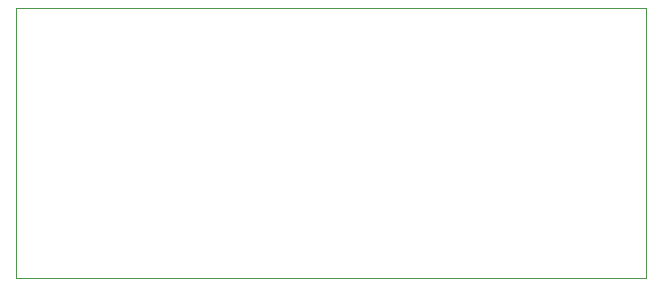
<source format=gbr>
%TF.GenerationSoftware,KiCad,Pcbnew,6.0.2+dfsg-1*%
%TF.CreationDate,2022-07-02T11:43:59+03:00*%
%TF.ProjectId,GDBluePill,4744426c-7565-4506-996c-6c2e6b696361,rev?*%
%TF.SameCoordinates,Original*%
%TF.FileFunction,Profile,NP*%
%FSLAX46Y46*%
G04 Gerber Fmt 4.6, Leading zero omitted, Abs format (unit mm)*
G04 Created by KiCad (PCBNEW 6.0.2+dfsg-1) date 2022-07-02 11:43:59*
%MOMM*%
%LPD*%
G01*
G04 APERTURE LIST*
%TA.AperFunction,Profile*%
%ADD10C,0.100000*%
%TD*%
G04 APERTURE END LIST*
D10*
X15240000Y-38100000D02*
X15240000Y-15240000D01*
X68580000Y-38100000D02*
X15240000Y-38100000D01*
X15240000Y-15240000D02*
X68580000Y-15240000D01*
X68580000Y-15240000D02*
X68580000Y-38100000D01*
M02*

</source>
